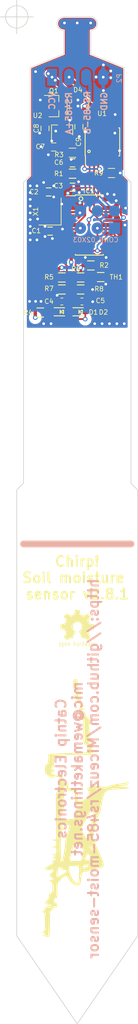
<source format=kicad_pcb>
(kicad_pcb (version 20190905) (host pcbnew "5.99.0-unknown-58d4a8b~86~ubuntu18.04.1")
  (layers (0 "F.Cu" signal) (1 "In1.Cu" signal) (2 "In2.Cu" signal) (31 "B.Cu" signal) (34 "B.Paste" user hide) (35 "F.Paste" user hide) (36 "B.SilkS" user hide) (37 "F.SilkS" user) (38 "B.Mask" user hide) (39 "F.Mask" user) (44 "Edge.Cuts" user))
  (net 0 "")
  (net 1 "Net-(C1-Pad1)")
  (net 2 "GND")
  (net 3 "Net-(C2-Pad1)")
  (net 4 "VCC")
  (net 5 "/SENSE_LOW")
  (net 6 "/SENSOR_TRACK")
  (net 7 "/THERMISTOR")
  (net 8 "/RESET")
  (net 9 "/EXCITATION")
  (net 10 "+3V3")
  (net 11 "/SENSE_HIGH/MISO")
  (net 12 "Net-(C8-Pad1)")
  (net 13 "/MOSI")
  (net 14 "/RS485B")
  (net 15 "/RS485A")
  (net 16 "/SCK")
  (net 17 "/RX")
  (net 18 "/TX")
  (net 19 "/RS485_READER_ENABLE")
  (module "SMD_Packages:SOD-523" (layer "F.Cu") (at 92.71 56.642 180)
    (fp_text reference "D1" (at -4.69 -0.058 180) (layer "F.SilkS") (effects (font (size 0.7 0.7) (thickness 0.11))))
    (fp_text value "BAT54")
    (pad "1" smd rect (at -0.7 0 180) (size 0.8 0.7) (layers "F.Cu" "F.Paste" "F.Mask") (net 5 "/SENSE_LOW"))
    (pad "2" smd rect (at 0.7 0 180) (size 0.8 0.7) (layers "F.Cu" "F.Paste" "F.Mask") (net 6 "/SENSOR_TRACK"))
  )
  (module "Package_TO_SOT_SMD:SOT-23-5" (layer "F.Cu") (at 95.1 25.8 90)
    (fp_text reference "D4" (at 2 0 180) (layer "F.SilkS") (effects (font (size 0.7 0.7) (thickness 0.11))))
    (fp_text value "NUP4004M5T1G")
    (pad "5" smd rect (at 1.1 -0.95 90) (size 1.06 0.65) (layers "F.Cu" "F.Paste" "F.Mask") (net 4 "VCC"))
    (pad "4" smd rect (at 1.1 0.95 90) (size 1.06 0.65) (layers "F.Cu" "F.Paste" "F.Mask") (net 15 "/RS485A"))
    (pad "3" smd rect (at -1.1 0.95 90) (size 1.06 0.65) (layers "F.Cu" "F.Paste" "F.Mask") (net 14 "/RS485B"))
    (pad "2" smd rect (at -1.1 0 90) (size 1.06 0.65) (layers "F.Cu" "F.Paste" "F.Mask") (net 2 "GND"))
    (pad "1" smd rect (at -1.1 -0.95 90) (size 1.06 0.65) (layers "F.Cu" "F.Paste" "F.Mask") (net 4 "VCC"))
  )
  (module "Package_TO_SOT_SMD:SOT-23" (layer "F.Cu") (at 92.75 29.75 90)
    (fp_text reference "U2" (at 2.15 -3.65 180) (layer "F.SilkS") (effects (font (size 0.7 0.7) (thickness 0.11))))
    (fp_text value "MCP1702")
    (pad "3" smd rect (at 1 0 90) (size 0.9 0.8) (layers "F.Cu" "F.Paste" "F.Mask") (net 12 "Net-(C8-Pad1)"))
    (pad "2" smd rect (at -1 0.95 90) (size 0.9 0.8) (layers "F.Cu" "F.Paste" "F.Mask") (net 10 "+3V3"))
    (pad "1" smd rect (at -1 -0.95 90) (size 0.9 0.8) (layers "F.Cu" "F.Paste" "F.Mask") (net 2 "GND"))
  )
  (module "Package_TO_SOT_SMD:SOT-23" (layer "F.Cu") (at 91.5 26.2)
    (fp_text reference "Q1" (at 0 -2.25) (layer "F.SilkS") (effects (font (size 0.7 0.7) (thickness 0.11))))
    (fp_text value "Q_PMOS_GSD")
    (pad "3" smd rect (at 1 0) (size 0.9 0.8) (layers "F.Cu" "F.Paste" "F.Mask") (net 4 "VCC"))
    (pad "2" smd rect (at -1 0.95) (size 0.9 0.8) (layers "F.Cu" "F.Paste" "F.Mask") (net 12 "Net-(C8-Pad1)"))
    (pad "1" smd rect (at -1 -0.95) (size 0.9 0.8) (layers "F.Cu" "F.Paste" "F.Mask") (net 2 "GND"))
  )
  (module "Capacitor_SMD:C_0603_1608Metric" (layer "F.Cu") (at 95.7 55.118)
    (fp_text reference "C5" (at 2.746 -0.118) (layer "F.SilkS") (effects (font (size 0.7 0.7) (thickness 0.11))))
    (fp_text value "1n")
    (pad "2" smd roundrect (at 0.7875 0) (size 0.875 0.95) (layers "F.Cu" "F.Paste" "F.Mask") (net 2 "GND"))
    (pad "1" smd roundrect (at -0.7875 0) (size 0.875 0.95) (layers "F.Cu" "F.Paste" "F.Mask") (net 11 "/SENSE_HIGH/MISO"))
  )
  (module "Capacitor_SMD:C_0603_1608Metric" (layer "F.Cu") (at 92.71 55.118 180)
    (fp_text reference "C4" (at 1.91 0.018 180) (layer "F.SilkS") (effects (font (size 0.7 0.7) (thickness 0.11))))
    (fp_text value "1n")
    (pad "2" smd roundrect (at 0.7875 0 180) (size 0.875 0.95) (layers "F.Cu" "F.Paste" "F.Mask") (net 2 "GND"))
    (pad "1" smd roundrect (at -0.7875 0 180) (size 0.875 0.95) (layers "F.Cu" "F.Paste" "F.Mask") (net 5 "/SENSE_LOW"))
  )
  (module "Crystals:Crystal_SMD_3225-4pin_3.2x2.5mm" (layer "F.Cu") (at 90.95 41.8 90)
    (fp_text reference "X1" (at 0 -2.15 90) (layer "F.SilkS") (effects (font (size 0.7 0.7) (thickness 0.11))))
    (fp_text value "16MHz" hide)
    (pad "1" smd rect (at -1.1 0.85 90) (size 1.4 1.2) (layers "F.Cu" "F.Paste" "F.Mask") (net 1 "Net-(C1-Pad1)"))
    (pad "2" smd rect (at 1.1 0.85 90) (size 1.4 1.2) (layers "F.Cu" "F.Paste" "F.Mask") (net 2 "GND"))
    (pad "3" smd rect (at 1.1 -0.85 90) (size 1.4 1.2) (layers "F.Cu" "F.Paste" "F.Mask") (net 3 "Net-(C2-Pad1)"))
    (pad "4" smd rect (at -1.1 -0.85 90) (size 1.4 1.2) (layers "F.Cu" "F.Paste" "F.Mask") (net 2 "GND"))
  )
  (module "SMD_Packages:SOD-523" (layer "F.Cu") (at 95.504 56.642 180)
    (fp_text reference "D2" (at -3.396 -0.058 180) (layer "F.SilkS") (effects (font (size 0.7 0.7) (thickness 0.11))))
    (fp_text value "BAT54")
    (pad "1" smd rect (at -0.7 0 180) (size 0.8 0.7) (layers "F.Cu" "F.Paste" "F.Mask") (net 6 "/SENSOR_TRACK"))
    (pad "2" smd rect (at 0.7 0 180) (size 0.8 0.7) (layers "F.Cu" "F.Paste" "F.Mask") (net 11 "/SENSE_HIGH/MISO"))
  )
  (module "Housings_SOIC:SOIC-14_3.9x8.7mm_Pitch1.27mm" (layer "F.Cu") (at 96.8 43.8)
    (fp_text reference "IC1" (at -0.05 -5.05) (layer "F.SilkS") (effects (font (size 0.7 0.7) (thickness 0.11))))
    (fp_text value "ATTINY441-SSU")
    (pad "1" smd rect (at -2.7 -3.81) (size 1.5 0.6) (layers "F.Cu" "F.Paste" "F.Mask") (net 10 "+3V3"))
    (pad "2" smd rect (at -2.7 -2.54) (size 1.5 0.6) (layers "F.Cu" "F.Paste" "F.Mask") (net 3 "Net-(C2-Pad1)"))
    (pad "3" smd rect (at -2.7 -1.27) (size 1.5 0.6) (layers "F.Cu" "F.Paste" "F.Mask") (net 1 "Net-(C1-Pad1)"))
    (pad "4" smd rect (at -2.7 0) (size 1.5 0.6) (layers "F.Cu" "F.Paste" "F.Mask") (net 8 "/RESET"))
    (pad "5" smd rect (at -2.7 1.27) (size 1.5 0.6) (layers "F.Cu" "F.Paste" "F.Mask") (net 9 "/EXCITATION"))
    (pad "6" smd rect (at -2.7 2.54) (size 1.5 0.6) (layers "F.Cu" "F.Paste" "F.Mask") (net 5 "/SENSE_LOW"))
    (pad "7" smd rect (at -2.7 3.81) (size 1.5 0.6) (layers "F.Cu" "F.Paste" "F.Mask") (net 13 "/MOSI"))
    (pad "8" smd rect (at 2.7 3.81) (size 1.5 0.6) (layers "F.Cu" "F.Paste" "F.Mask") (net 11 "/SENSE_HIGH/MISO"))
    (pad "9" smd rect (at 2.7 2.54) (size 1.5 0.6) (layers "F.Cu" "F.Paste" "F.Mask") (net 16 "/SCK"))
    (pad "10" smd rect (at 2.7 1.27) (size 1.5 0.6) (layers "F.Cu" "F.Paste" "F.Mask") (net 7 "/THERMISTOR"))
    (pad "11" smd rect (at 2.7 0) (size 1.5 0.6) (layers "F.Cu" "F.Paste" "F.Mask") (net 17 "/RX"))
    (pad "12" smd rect (at 2.7 -1.27) (size 1.5 0.6) (layers "F.Cu" "F.Paste" "F.Mask") (net 18 "/TX"))
    (pad "13" smd rect (at 2.7 -2.54) (size 1.5 0.6) (layers "F.Cu" "F.Paste" "F.Mask") (net 19 "/RS485_READER_ENABLE"))
    (pad "14" smd rect (at 2.7 -3.81) (size 1.5 0.6) (layers "F.Cu" "F.Paste" "F.Mask") (net 2 "GND"))
  )
  (module "Housings_SOIC:SOIC-8_3.9x4.9mm_Pitch1.27mm" (layer "F.Cu") (at 98.75 31.5 90)
    (fp_text reference "U1" (at 4.2 -0.05) (layer "F.SilkS") (effects (font (size 0.7 0.7) (thickness 0.11))))
    (fp_text value "SN65HVD72")
    (pad "8" smd rect (at 2.7 -1.905 90) (size 1.55 0.6) (layers "F.Cu" "F.Paste" "F.Mask") (net 10 "+3V3"))
    (pad "7" smd rect (at 2.7 -0.635 90) (size 1.55 0.6) (layers "F.Cu" "F.Paste" "F.Mask") (net 14 "/RS485B"))
    (pad "6" smd rect (at 2.7 0.635 90) (size 1.55 0.6) (layers "F.Cu" "F.Paste" "F.Mask") (net 15 "/RS485A"))
    (pad "5" smd rect (at 2.7 1.905 90) (size 1.55 0.6) (layers "F.Cu" "F.Paste" "F.Mask") (net 2 "GND"))
    (pad "4" smd rect (at -2.7 1.905 90) (size 1.55 0.6) (layers "F.Cu" "F.Paste" "F.Mask") (net 18 "/TX"))
    (pad "3" smd rect (at -2.7 0.635 90) (size 1.55 0.6) (layers "F.Cu" "F.Paste" "F.Mask") (net 16 "/SCK"))
    (pad "2" smd rect (at -2.7 -0.635 90) (size 1.55 0.6) (layers "F.Cu" "F.Paste" "F.Mask") (net 19 "/RS485_READER_ENABLE"))
    (pad "1" smd rect (at -2.7 -1.905 90) (size 1.55 0.6) (layers "F.Cu" "F.Paste" "F.Mask") (net 17 "/RX"))
  )
  (module "Pin_Headers:Pin_Header_Straight_2x03" (layer "B.Cu") (at 98 43 180)
    (fp_text reference "P1" hide)
    (fp_text value "CONN_02X03" (at 0.25 -3) (layer "B.SilkS") (effects (font (size 0.7 0.7) (thickness 0.11)) (justify mirror)))
    (pad "1" smd rect (at -2.54 -1.27 180) (size 1.7272 1.7272) (layers "B.Cu" "B.Paste" "B.Mask") (net 11 "/SENSE_HIGH/MISO"))
    (pad "2" smd circle (at -2.54 1.27 180) (size 1.7272 1.7272) (layers "B.Cu" "B.Paste" "B.Mask") (net 10 "+3V3"))
    (pad "3" smd circle (at 0 -1.27 180) (size 1.7272 1.7272) (layers "B.Cu" "B.Paste" "B.Mask") (net 16 "/SCK"))
    (pad "4" smd circle (at 0 1.27 180) (size 1.7272 1.7272) (layers "B.Cu" "B.Paste" "B.Mask") (net 13 "/MOSI"))
    (pad "5" smd circle (at 2.54 -1.27 180) (size 1.7272 1.7272) (layers "B.Cu" "B.Paste" "B.Mask") (net 8 "/RESET"))
    (pad "6" smd circle (at 2.54 1.27 180) (size 1.7272 1.7272) (layers "B.Cu" "B.Paste" "B.Mask") (net 2 "GND"))
  )
  (module "Pin_Headers:Pin_Header_Straight_1x04_Pitch2.54mm" (layer "B.Cu") (at 91.25 21.92 -90)
    (fp_text reference "P2" (at 0.17 -10 -90) (layer "B.SilkS") (effects (font (size 0.7 0.7) (thickness 0.11)) (justify mirror)))
    (fp_text value "CONN_01X04")
    (pad "4" smd oval (at 0 -7.62 270) (size 2.5 1.5) (layers "B.Cu" "B.Paste" "B.Mask") (net 2 "GND"))
    (pad "3" smd oval (at 0 -5.08 270) (size 2.5 1.5) (layers "B.Cu" "B.Paste" "B.Mask") (net 14 "/RS485B"))
    (pad "2" smd oval (at 0 -2.54 270) (size 2.5 1.5) (layers "B.Cu" "B.Paste" "B.Mask") (net 15 "/RS485A"))
    (pad "1" smd rect (at 0 0 270) (size 2.5 1.5) (layers "B.Cu" "B.Paste" "B.Mask") (net 4 "VCC"))
  )
  (module "Capacitors_SMD:C_0603" (layer "F.Cu") (at 90.95 44.7 180)
    (fp_text reference "C1" (at 2.05 0.05 180) (layer "F.SilkS") (effects (font (size 0.7 0.7) (thickness 0.11))))
    (fp_text value "33p")
    (pad "1" smd rect (at -0.75 0 180) (size 0.8 0.75) (layers "F.Cu" "F.Paste" "F.Mask") (net 1 "Net-(C1-Pad1)"))
    (pad "2" smd rect (at 0.75 0 180) (size 0.8 0.75) (layers "F.Cu" "F.Paste" "F.Mask") (net 2 "GND"))
  )
  (module "Capacitors_SMD:C_0603" (layer "F.Cu") (at 90.75 38.9)
    (fp_text reference "C2" (at -2.2 0) (layer "F.SilkS") (effects (font (size 0.7 0.7) (thickness 0.11))))
    (fp_text value "33p")
    (pad "1" smd rect (at -0.75 0) (size 0.8 0.75) (layers "F.Cu" "F.Paste" "F.Mask") (net 3 "Net-(C2-Pad1)"))
    (pad "2" smd rect (at 0.75 0) (size 0.8 0.75) (layers "F.Cu" "F.Paste" "F.Mask") (net 2 "GND"))
  )
  (module "Capacitors_SMD:C_0603" (layer "F.Cu") (at 94.3 38.2)
    (fp_text reference "C3" (at -2.1 -0.2) (layer "F.SilkS") (effects (font (size 0.7 0.7) (thickness 0.11))))
    (fp_text value "1u")
    (pad "1" smd rect (at -0.75 0) (size 0.8 0.75) (layers "F.Cu" "F.Paste" "F.Mask") (net 10 "+3V3"))
    (pad "2" smd rect (at 0.75 0) (size 0.8 0.75) (layers "F.Cu" "F.Paste" "F.Mask") (net 2 "GND"))
  )
  (module "Capacitors_SMD:C_0603" (layer "F.Cu") (at 94.3 34.6 180)
    (fp_text reference "C6" (at 2.05 0.068 180) (layer "F.SilkS") (effects (font (size 0.7 0.7) (thickness 0.11))))
    (fp_text value "1u")
    (pad "1" smd rect (at -0.75 0 180) (size 0.8 0.75) (layers "F.Cu" "F.Paste" "F.Mask") (net 8 "/RESET"))
    (pad "2" smd rect (at 0.75 0 180) (size 0.8 0.75) (layers "F.Cu" "F.Paste" "F.Mask") (net 2 "GND"))
  )
  (module "Resistors_SMD:R_0603" (layer "F.Cu") (at 94.3 36.2 180)
    (fp_text reference "R1" (at 2.05 0 180) (layer "F.SilkS") (effects (font (size 0.7 0.7) (thickness 0.11))))
    (fp_text value "10k")
    (pad "1" smd rect (at -0.75 0 180) (size 0.5 0.9) (layers "F.Cu" "F.Paste" "F.Mask") (net 8 "/RESET"))
    (pad "2" smd rect (at 0.75 0 180) (size 0.5 0.9) (layers "F.Cu" "F.Paste" "F.Mask") (net 10 "+3V3"))
  )
  (module "Resistors_SMD:R_0603" (layer "F.Cu") (at 97.028 49.784)
    (fp_text reference "R2" (at 1.972 -0.034) (layer "F.SilkS") (effects (font (size 0.7 0.7) (thickness 0.11))))
    (fp_text value "10k 0.1%")
    (pad "1" smd rect (at -0.75 0) (size 0.5 0.9) (layers "F.Cu" "F.Paste" "F.Mask") (net 13 "/MOSI"))
    (pad "2" smd rect (at 0.75 0) (size 0.5 0.9) (layers "F.Cu" "F.Paste" "F.Mask") (net 7 "/THERMISTOR"))
  )
  (module "Resistors_SMD:R_0603" (layer "F.Cu") (at 89.5 56.75)
    (fp_text reference "R4" (at -1.8 0) (layer "F.SilkS") (effects (font (size 0.7 0.7) (thickness 0.11))))
    (fp_text value "330")
    (pad "1" smd rect (at -0.75 0) (size 0.5 0.9) (layers "F.Cu" "F.Paste" "F.Mask") (net 6 "/SENSOR_TRACK"))
    (pad "2" smd rect (at 0.75 0) (size 0.5 0.9) (layers "F.Cu" "F.Paste" "F.Mask") (net 9 "/EXCITATION"))
  )
  (module "Resistors_SMD:R_0603" (layer "F.Cu") (at 92.71 51.562 180)
    (fp_text reference "R5" (at 1.91 0.062 180) (layer "F.SilkS") (effects (font (size 0.7 0.7) (thickness 0.11))))
    (fp_text value "1M")
    (pad "1" smd rect (at -0.75 0 180) (size 0.5 0.9) (layers "F.Cu" "F.Paste" "F.Mask") (net 5 "/SENSE_LOW"))
    (pad "2" smd rect (at 0.75 0 180) (size 0.5 0.9) (layers "F.Cu" "F.Paste" "F.Mask") (net 13 "/MOSI"))
  )
  (module "Resistors_SMD:R_0603" (layer "F.Cu") (at 95.504 51.562)
    (fp_text reference "R6" (at -0.704 -1.262) (layer "F.SilkS") (effects (font (size 0.7 0.7) (thickness 0.11))))
    (fp_text value "1M")
    (pad "1" smd rect (at -0.75 0) (size 0.5 0.9) (layers "F.Cu" "F.Paste" "F.Mask") (net 11 "/SENSE_HIGH/MISO"))
    (pad "2" smd rect (at 0.75 0) (size 0.5 0.9) (layers "F.Cu" "F.Paste" "F.Mask") (net 13 "/MOSI"))
  )
  (module "Resistors_SMD:R_0603" (layer "F.Cu") (at 92.71 53.34)
    (fp_text reference "R7" (at -1.91 -0.14) (layer "F.SilkS") (effects (font (size 0.7 0.7) (thickness 0.11))))
    (fp_text value "1M")
    (pad "1" smd rect (at -0.75 0) (size 0.5 0.9) (layers "F.Cu" "F.Paste" "F.Mask") (net 2 "GND"))
    (pad "2" smd rect (at 0.75 0) (size 0.5 0.9) (layers "F.Cu" "F.Paste" "F.Mask") (net 5 "/SENSE_LOW"))
  )
  (module "Resistors_SMD:R_0603" (layer "F.Cu") (at 95.504 53.34 180)
    (fp_text reference "R8" (at -2.746 0.09 180) (layer "F.SilkS") (effects (font (size 0.7 0.7) (thickness 0.11))))
    (fp_text value "1M")
    (pad "1" smd rect (at -0.75 0 180) (size 0.5 0.9) (layers "F.Cu" "F.Paste" "F.Mask") (net 2 "GND"))
    (pad "2" smd rect (at 0.75 0 180) (size 0.5 0.9) (layers "F.Cu" "F.Paste" "F.Mask") (net 11 "/SENSE_HIGH/MISO"))
  )
  (module "Resistors_SMD:R_0603" (layer "F.Cu") (at 98.5 51.5)
    (fp_text reference "TH1" (at 2.3 0) (layer "F.SilkS") (effects (font (size 0.7 0.7) (thickness 0.11))))
    (fp_text value "NCP18XH103F03RB")
    (pad "1" smd rect (at -0.75 0) (size 0.5 0.9) (layers "F.Cu" "F.Paste" "F.Mask") (net 7 "/THERMISTOR"))
    (pad "2" smd rect (at 0.75 0) (size 0.5 0.9) (layers "F.Cu" "F.Paste" "F.Mask") (net 2 "GND"))
  )
  (module "w_logo:Logo_silk_OSHW_6x6mm" (layer "F.Cu") (at 95 103)
    (fp_text reference "#LOGO1" hide)
    (fp_text value "LOGO" hide)
  )
  (module "chirp_logo:ziogas" (layer "B.Cu") (at 96.25 130 -90)
    (fp_text reference "#G***" hide)
    (fp_text value "LOGO" hide)
  )
  (module "Capacitors_SMD:C_0603" (layer "F.Cu") (at 91.5 32.25 180)
    (fp_text reference "C7" (at 2 0.05 180) (layer "F.SilkS") (effects (font (size 0.7 0.7) (thickness 0.11))))
    (fp_text value "1u")
    (pad "2" smd rect (at 0.75 0 180) (size 0.8 0.75) (layers "F.Cu" "F.Paste" "F.Mask") (net 2 "GND"))
    (pad "1" smd rect (at -0.75 0 180) (size 0.8 0.75) (layers "F.Cu" "F.Paste" "F.Mask") (net 10 "+3V3"))
  )
  (module "Capacitors_SMD:C_0603" (layer "F.Cu") (at 90.2 29.5 -90)
    (fp_text reference "C8" (at 0 1.3 -90) (layer "F.SilkS") (effects (font (size 0.7 0.7) (thickness 0.11))))
    (fp_text value "1u")
    (pad "2" smd rect (at 0.75 0 270) (size 0.8 0.75) (layers "F.Cu" "F.Paste" "F.Mask") (net 2 "GND"))
    (pad "1" smd rect (at -0.75 0 270) (size 0.8 0.75) (layers "F.Cu" "F.Paste" "F.Mask") (net 12 "Net-(C8-Pad1)"))
  )
  (module "Capacitors_SMD:C_0603" (layer "F.Cu") (at 95.25 29.25 -90)
    (fp_text reference "C9" (at 2.25 0.05 -90) (layer "F.SilkS") (effects (font (size 0.7 0.7) (thickness 0.11))))
    (fp_text value "1u")
    (pad "1" smd rect (at -0.75 0 270) (size 0.8 0.75) (layers "F.Cu" "F.Paste" "F.Mask") (net 10 "+3V3"))
    (pad "2" smd rect (at 0.75 0 270) (size 0.8 0.75) (layers "F.Cu" "F.Paste" "F.Mask") (net 2 "GND"))
  )
  (module "Resistors_SMD:R_0603" (layer "F.Cu") (at 94.3 33.1)
    (fp_text reference "R3" (at -2 0.3) (layer "F.SilkS") (effects (font (size 0.7 0.7) (thickness 0.11))))
    (fp_text value "10k")
    (pad "2" smd rect (at 0.75 0) (size 0.5 0.9) (layers "F.Cu" "F.Paste" "F.Mask") (net 19 "/RS485_READER_ENABLE"))
    (pad "1" smd rect (at -0.75 0) (size 0.5 0.9) (layers "F.Cu" "F.Paste" "F.Mask") (net 10 "+3V3"))
  )
  (module "Resistors_SMD:R_0603" (layer "F.Cu") (at 100.1 36.1)
    (fp_text reference "R9" (at -1.9 0) (layer "F.SilkS") (effects (font (size 0.7 0.7) (thickness 0.11))))
    (fp_text value "10k")
    (pad "1" smd rect (at -0.75 0) (size 0.5 0.9) (layers "F.Cu" "F.Paste" "F.Mask") (net 16 "/SCK"))
    (pad "2" smd rect (at 0.75 0) (size 0.5 0.9) (layers "F.Cu" "F.Paste" "F.Mask") (net 2 "GND"))
  )
  (gr_line (start 87 82) (end 87 37.5) (layer "Edge.Cuts") (width 0.1))
  (gr_line (start 88 20.5) (end 88 36.5) (layer "Edge.Cuts") (width 0.1))
  (target plus (at 86 13) (size 5) (width 0.1) (layer "Edge.Cuts"))
  (gr_line (start 104 83) (end 103 82) (layer "Edge.Cuts") (width 0.1))
  (gr_line (start 103 82) (end 103 37.5) (layer "Edge.Cuts") (width 0.1))
  (gr_line (start 86 83) (end 87 82) (layer "Edge.Cuts") (width 0.1))
  (gr_line (start 104 149) (end 104 83) (angle 90) (layer "Edge.Cuts") (width 0.1))
  (gr_line (start 97 13) (end 93 13) (angle 90) (layer "Edge.Cuts") (width 0.1))
  (gr_line (start 86 83) (end 86 149) (angle 90) (layer "Edge.Cuts") (width 0.1))
  (gr_line (start 95 162) (end 104 149) (angle 90) (layer "Edge.Cuts") (width 0.1))
  (gr_line (start 95 162) (end 86 149) (angle 90) (layer "Edge.Cuts") (width 0.1))
  (gr_line (start 102 20.5) (end 97 18.5) (layer "Edge.Cuts") (width 0.1))
  (gr_line (start 88 20.5) (end 93 18.5) (layer "Edge.Cuts") (width 0.1))
  (gr_line (start 88 36.5) (end 87 37.5) (layer "Edge.Cuts") (width 0.1))
  (gr_line (start 103 37.5) (end 102 36.5) (layer "Edge.Cuts") (width 0.1))
  (gr_line (start 102 36.5) (end 102 20.5) (layer "Edge.Cuts") (width 0.1))
  (gr_line (start 97 15) (end 97 18.5) (layer "Edge.Cuts") (width 0.1))
  (gr_line (start 93 18.5) (end 93 15) (layer "Edge.Cuts") (width 0.1))
  (gr_arc (start 93 14) (end 93 13) (angle -180) (layer "Edge.Cuts") (width 0.1))
  (gr_arc (start 97 14) (end 97 15) (angle -180) (layer "Edge.Cuts") (width 0.1))
  (gr_line (start 87 91) (end 103 91) (layer "B.SilkS") (width 1))
  (gr_text "Catnip Electronics\nmic@wemakethings.net\nhttps://github.com/Miceuz/rs485-moist-sensor" (at 95 124.25 90) (layer "B.SilkS") (effects (font (size 1.5 1.5) (thickness 0.3)) (justify mirror)))
  (gr_text "RS485-B" (at 96.5 30.5 90) (layer "B.SilkS") (effects (font (size 0.9 0.9) (thickness 0.2)) (justify right mirror)))
  (gr_line (start 87 91) (end 103 91) (layer "F.SilkS") (width 1))
  (gr_text "GND " (at 99 24 90) (layer "B.SilkS") (effects (font (size 0.9 0.9) (thickness 0.2)) (justify left mirror)))
  (gr_text "VCC" (at 91.25 24 90) (layer "B.SilkS") (effects (font (size 0.9 0.9) (thickness 0.2)) (justify left mirror)))
  (gr_text "RS485-A" (at 93.75 30.5 90) (layer "B.SilkS") (effects (font (size 0.9 0.9) (thickness 0.2)) (justify right mirror)))
  (gr_text "Chirp!\nSoil moisture \nsensor v2.8.1" (at 95 96) (layer "F.SilkS") (effects (font (size 1.5 1.5) (thickness 0.3))))
  (segment (start 95.05 36.2) (end 95.05 34.6) (width 0.254) (layer "F.Cu") (net 8))
  (segment (start 95.2 34.75) (end 95.05 34.6) (width 0.508) (layer "F.Cu") (net 8))
  (via (at 92.8 44.4) (size 0.7) (drill 0.4) (layers "F.Cu" "B.Cu") (net 2))
  (via (at 95.4 40.5) (size 0.7) (drill 0.4) (layers "F.Cu" "B.Cu") (net 2))
  (segment (start 94.400002 38.3) (end 97.11 38.3) (width 0.254) (layer "B.Cu") (net 10))
  (segment (start 97.11 38.3) (end 98.51 39.7) (width 0.254) (layer "B.Cu") (net 10))
  (segment (start 93.6 39.100002) (end 94.400002 38.3) (width 0.254) (layer "B.Cu") (net 10))
  (segment (start 100.54 41.73) (end 98.51 39.7) (width 0.254) (layer "B.Cu") (net 10))
  (via (at 90 37.5) (size 0.7) (drill 0.4) (layers "F.Cu" "B.Cu") (net 2))
  (via (at 89 38) (size 0.7) (drill 0.4) (layers "F.Cu" "B.Cu") (net 2))
  (via (at 91.3 45.8) (size 0.7) (drill 0.4) (layers "F.Cu" "B.Cu") (net 2))
  (via (at 89 46) (size 0.7) (drill 0.4) (layers "F.Cu" "B.Cu") (net 2))
  (via (at 88 46) (size 0.7) (drill 0.4) (layers "F.Cu" "B.Cu") (net 2))
  (via (at 88 45) (size 0.7) (drill 0.4) (layers "F.Cu" "B.Cu") (net 2))
  (via (at 88 44) (size 0.7) (drill 0.4) (layers "F.Cu" "B.Cu") (net 2))
  (via (at 88 43) (size 0.7) (drill 0.4) (layers "F.Cu" "B.Cu") (net 2))
  (via (at 88 42) (size 0.7) (drill 0.4) (layers "F.Cu" "B.Cu") (net 2))
  (via (at 88 41) (size 0.7) (drill 0.4) (layers "F.Cu" "B.Cu") (net 2))
  (via (at 88 40) (size 0.7) (drill 0.4) (layers "F.Cu" "B.Cu") (net 2))
  (via (at 88 39) (size 0.7) (drill 0.4) (layers "F.Cu" "B.Cu") (net 2))
  (via (at 88 38) (size 0.7) (drill 0.4) (layers "F.Cu" "B.Cu") (net 2))
  (via (at 100.9 58.4) (size 0.7) (drill 0.4) (layers "F.Cu" "B.Cu") (net 2))
  (via (at 99.8 58.4) (size 0.7) (drill 0.4) (layers "F.Cu" "B.Cu") (net 2))
  (via (at 98.7 58.4) (size 0.7) (drill 0.4) (layers "F.Cu" "B.Cu") (net 2))
  (via (at 97.6 58.4) (size 0.7) (drill 0.4) (layers "F.Cu" "B.Cu") (net 2))
  (via (at 91.1 58.4) (size 0.7) (drill 0.4) (layers "F.Cu" "B.Cu") (net 2))
  (via (at 89.6 55.1) (size 0.7) (drill 0.4) (layers "F.Cu" "B.Cu") (net 2))
  (via (at 88.8 55.1) (size 0.7) (drill 0.4) (layers "F.Cu" "B.Cu") (net 2))
  (via (at 87.9 55.1) (size 0.7) (drill 0.4) (layers "F.Cu" "B.Cu") (net 2))
  (via (at 102.1 43.8) (size 0.7) (drill 0.4) (layers "F.Cu" "B.Cu") (net 2))
  (segment (start 99.35 36.3) (end 101.5 38.45) (width 0.254) (layer "F.Cu") (net 16))
  (segment (start 99.35 36.1) (end 99.35 36.3) (width 0.254) (layer "F.Cu") (net 16))
  (segment (start 101.5 38.45) (end 101.5 42.3) (width 0.254) (layer "F.Cu") (net 16))
  (segment (start 101.5 42.3) (end 101.9 42.7) (width 0.254) (layer "F.Cu") (net 16))
  (via (at 102.2 41.3) (size 0.7) (drill 0.4) (layers "F.Cu" "B.Cu") (net 2))
  (segment (start 90.7 21.4) (end 90.73 21.4) (width 0.8) (layer "F.Cu") (net 4))
  (segment (start 90.73 21.4) (end 91.25 21.92) (width 0.8) (layer "F.Cu") (net 4))
  (via (at 90.7 21.4) (size 0.7) (drill 0.4) (layers "F.Cu" "B.Cu") (net 4))
  (via (at 91.725 22.375) (size 0.7) (drill 0.4) (layers "F.Cu" "B.Cu") (net 4))
  (segment (start 91.725 22.375) (end 94.15 24.8) (width 0.8) (layer "F.Cu") (net 4))
  (via (at 98.9 20.1) (size 0.7) (drill 0.4) (layers "F.Cu" "B.Cu") (net 2))
  (via (at 97.8 21.9) (size 0.7) (drill 0.4) (layers "F.Cu" "B.Cu") (net 2))
  (via (at 98.9 23.9) (size 0.7) (drill 0.4) (layers "F.Cu" "B.Cu") (net 2))
  (via (at 88.8 21.1) (size 0.7) (drill 0.4) (layers "F.Cu" "B.Cu") (net 2))
  (via (at 101.3 32.8) (size 0.7) (drill 0.4) (layers "F.Cu" "B.Cu") (net 2))
  (via (at 96.2 30) (size 0.7) (drill 0.4) (layers "F.Cu" "B.Cu") (net 2))
  (via (at 100.6 30.2) (size 0.7) (drill 0.4) (layers "F.Cu" "B.Cu") (net 2))
  (via (at 96.2 48.6) (size 0.7) (drill 0.4) (layers "F.Cu" "B.Cu") (net 2))
  (via (at 99.3 48.6) (size 0.7) (drill 0.4) (layers "F.Cu" "B.Cu") (net 2))
  (via (at 102 58.4) (size 0.7) (drill 0.4) (layers "F.Cu" "B.Cu") (net 2))
  (via (at 90 58.4) (size 0.7) (drill 0.4) (layers "F.Cu" "B.Cu") (net 2))
  (via (at 90.2 45.5) (size 0.7) (drill 0.4) (layers "F.Cu" "B.Cu") (net 2))
  (via (at 91.5 38) (size 0.7) (drill 0.4) (layers "F.Cu" "B.Cu") (net 2))
  (via (at 92.7 40.7) (size 0.7) (drill 0.4) (layers "F.Cu" "B.Cu") (net 2))
  (via (at 89.1 42.9) (size 0.7) (drill 0.4) (layers "F.Cu" "B.Cu") (net 2))
  (via (at 95 13.9) (size 0.7) (drill 0.4) (layers "F.Cu" "B.Cu") (net 2))
  (via (at 97 13.9) (size 0.7) (drill 0.4) (layers "F.Cu" "B.Cu") (net 2))
  (via (at 93.1 13.9) (size 0.7) (drill 0.4) (layers "F.Cu" "B.Cu") (net 2))
  (via (at 93.9 28.3) (size 0.7) (drill 0.4) (layers "F.Cu" "B.Cu") (net 2))
  (via (at 91.8 29.9) (size 0.7) (drill 0.4) (layers "F.Cu" "B.Cu") (net 2))
  (segment (start 90.5 27.15) (end 90.2 27.45) (width 0.8) (layer "F.Cu") (net 12))
  (segment (start 90.2 27.45) (end 90.2 28.75) (width 0.8) (layer "F.Cu") (net 12))
  (via (at 89.6 32.2) (size 0.7) (drill 0.4) (layers "F.Cu" "B.Cu") (net 2))
  (via (at 90.7 33.4) (size 0.7) (drill 0.4) (layers "F.Cu" "B.Cu") (net 2))
  (via (at 89.4 30.2) (size 0.7) (drill 0.4) (layers "F.Cu" "B.Cu") (net 2))
  (via (at 95.1 25.3) (size 0.7) (drill 0.4) (layers "F.Cu" "B.Cu") (net 2))
  (via (at 89.5 25.3) (size 0.7) (drill 0.4) (layers "F.Cu" "B.Cu") (net 2))
  (segment (start 94.15 26.9) (end 93.2 26.9) (width 0.8) (layer "F.Cu") (net 4))
  (segment (start 93.2 26.9) (end 92.5 26.2) (width 0.8) (layer "F.Cu") (net 4))
  (segment (start 90.2 28.75) (end 92.75 28.75) (width 0.8) (layer "F.Cu") (net 12))
  (segment (start 98.115 40.325) (end 98.115 40) (width 0.254) (layer "F.Cu") (net 19))
  (segment (start 99.05 41.26) (end 98.115 40.325) (width 0.254) (layer "F.Cu") (net 19))
  (segment (start 99.5 41.26) (end 99.05 41.26) (width 0.254) (layer "F.Cu") (net 19))
  (segment (start 98.115 40) (end 98.115 34.2) (width 0.254) (layer "F.Cu") (net 19))
  (via (at 98.3 35.5) (size 0.7) (drill 0.4) (layers "F.Cu" "B.Cu") (net 19))
  (segment (start 98.115 35.315) (end 98.3 35.5) (width 0.254) (layer "F.Cu") (net 19))
  (segment (start 98.115 34.2) (end 98.115 35.315) (width 0.254) (layer "F.Cu") (net 19))
  (via (at 96.1 35.5) (size 0.7) (drill 0.4) (layers "F.Cu" "B.Cu") (net 19))
  (segment (start 98.3 35.5) (end 96.1 35.5) (width 0.254) (layer "B.Cu") (net 19))
  (segment (start 95.554 33.1) (end 95.05 33.1) (width 0.254) (layer "F.Cu") (net 19))
  (segment (start 96.1 33.646) (end 95.554 33.1) (width 0.254) (layer "F.Cu") (net 19))
  (segment (start 96.1 35.5) (end 96.1 33.646) (width 0.254) (layer "F.Cu") (net 19))
  (segment (start 99.05 42.53) (end 99.5 42.53) (width 0.254) (layer "F.Cu") (net 18))
  (segment (start 97.510199 40.990199) (end 99.05 42.53) (width 0.254) (layer "F.Cu") (net 18))
  (segment (start 97.510199 33.181159) (end 97.510199 40.990199) (width 0.254) (layer "F.Cu") (net 18))
  (segment (start 97.941358 32.75) (end 97.510199 33.181159) (width 0.254) (layer "F.Cu") (net 18))
  (segment (start 99.68 32.75) (end 97.941358 32.75) (width 0.254) (layer "F.Cu") (net 18))
  (segment (start 100.655 33.725) (end 99.68 32.75) (width 0.254) (layer "F.Cu") (net 18))
  (segment (start 100.655 34.2) (end 100.655 33.725) (width 0.254) (layer "F.Cu") (net 18))
  (segment (start 96.845 34.675) (end 96.75 34.77) (width 0.254) (layer "F.Cu") (net 17))
  (segment (start 96.845 34.2) (end 96.845 34.675) (width 0.254) (layer "F.Cu") (net 17))
  (segment (start 96.845 41.405) (end 96.845 34.2) (width 0.254) (layer "F.Cu") (net 17))
  (segment (start 96.845 41.595) (end 96.845 41.405) (width 0.254) (layer "F.Cu") (net 17))
  (segment (start 99.05 43.8) (end 96.845 41.595) (width 0.254) (layer "F.Cu") (net 17))
  (segment (start 99.5 43.8) (end 99.05 43.8) (width 0.254) (layer "F.Cu") (net 17))
  (via (at 98 44.27) (size 0.7) (drill 0.4) (layers "F.Cu" "B.Cu") (net 16))
  (segment (start 98 45.29) (end 98 44.27) (width 0.254) (layer "F.Cu") (net 16))
  (segment (start 99.05 46.34) (end 98 45.29) (width 0.254) (layer "F.Cu") (net 16))
  (segment (start 99.5 46.34) (end 99.05 46.34) (width 0.254) (layer "F.Cu") (net 16))
  (via (at 101.9 42.7) (size 0.7) (drill 0.4) (layers "F.Cu" "B.Cu") (net 16))
  (segment (start 99.385 36.065) (end 99.35 36.1) (width 0.254) (layer "F.Cu") (net 16))
  (segment (start 99.385 34.2) (end 99.385 36.065) (width 0.254) (layer "F.Cu") (net 16))
  (segment (start 101.6 43) (end 101.9 42.7) (width 0.254) (layer "B.Cu") (net 16))
  (segment (start 99.27 43) (end 101.6 43) (width 0.254) (layer "B.Cu") (net 16))
  (segment (start 98 44.27) (end 99.27 43) (width 0.254) (layer "B.Cu") (net 16))
  (via (at 93.79 21.92) (size 0.7) (drill 0.4) (layers "F.Cu" "B.Cu") (net 15))
  (segment (start 99.385 28.8) (end 99.385 28.325) (width 0.254) (layer "F.Cu") (net 15))
  (segment (start 99.385 28.34) (end 99.385 28.8) (width 0.508) (layer "F.Cu") (net 15))
  (segment (start 96.05 25.005) (end 99.385 28.34) (width 0.508) (layer "F.Cu") (net 15))
  (segment (start 96.05 24.8) (end 96.05 25.005) (width 0.508) (layer "F.Cu") (net 15))
  (segment (start 96.05 24.18) (end 93.79 21.92) (width 0.508) (layer "F.Cu") (net 15))
  (segment (start 96.05 24.8) (end 96.05 24.18) (width 0.508) (layer "F.Cu") (net 15))
  (segment (start 96.75 21.5) (end 96.33 21.92) (width 0.254) (layer "B.Cu") (net 14))
  (segment (start 98.115 28.8) (end 98.115 28.325) (width 0.254) (layer "F.Cu") (net 14))
  (segment (start 98.115 28.232) (end 98.115 28.8) (width 0.508) (layer "F.Cu") (net 14))
  (segment (start 96.883 27) (end 98.115 28.232) (width 0.508) (layer "F.Cu") (net 14))
  (segment (start 96.05 27) (end 96.883 27) (width 0.508) (layer "F.Cu") (net 14))
  (via (at 96.1 26.2) (size 0.7) (drill 0.4) (layers "F.Cu" "B.Cu") (net 14))
  (segment (start 96.05 26.25) (end 96.1 26.2) (width 0.254) (layer "F.Cu") (net 14))
  (segment (start 96.05 27) (end 96.05 26.25) (width 0.254) (layer "F.Cu") (net 14))
  (segment (start 96.9 22.7) (end 96.33 22.13) (width 0.508) (layer "B.Cu") (net 14))
  (segment (start 96.33 22.13) (end 96.33 21.92) (width 0.508) (layer "B.Cu") (net 14))
  (segment (start 96.9 25.4) (end 96.9 22.7) (width 0.508) (layer "B.Cu") (net 14))
  (segment (start 96.1 26.2) (end 96.9 25.4) (width 0.508) (layer "B.Cu") (net 14))
  (segment (start 94.55 47.61) (end 94.1 47.61) (width 0.254) (layer "F.Cu") (net 13))
  (via (at 96.75 43) (size 0.7) (drill 0.4) (layers "F.Cu" "B.Cu") (net 13))
  (segment (start 96.75 45.41) (end 96.75 43) (width 0.254) (layer "F.Cu") (net 13))
  (segment (start 94.55 47.61) (end 96.75 45.41) (width 0.254) (layer "F.Cu") (net 13))
  (segment (start 96.75 42.98) (end 98 41.73) (width 0.254) (layer "B.Cu") (net 13))
  (segment (start 96.75 43) (end 96.75 42.98) (width 0.254) (layer "B.Cu") (net 13))
  (via (at 94.1 49.3) (size 0.7) (drill 0.4) (layers "F.Cu" "B.Cu") (net 13))
  (segment (start 94.1 47.61) (end 94.1 49.3) (width 0.5) (layer "F.Cu") (net 13))
  (segment (start 94.1 49.3) (end 94.1 50.038) (width 0.5) (layer "B.Cu") (net 13))
  (via (at 92.7 50.1) (size 0.7) (drill 0.4) (layers "F.Cu" "B.Cu") (net 13))
  (segment (start 92.464 50.1) (end 92.7 50.1) (width 0.508) (layer "F.Cu") (net 13))
  (segment (start 94.1 50.038) (end 94.038 50.1) (width 0.508) (layer "B.Cu") (net 13))
  (segment (start 94.038 50.1) (end 93.194974 50.1) (width 0.508) (layer "B.Cu") (net 13))
  (segment (start 93.194974 50.1) (end 92.7 50.1) (width 0.508) (layer "B.Cu") (net 13))
  (segment (start 91.96 51.562) (end 91.96 50.604) (width 0.508) (layer "F.Cu") (net 13))
  (segment (start 91.96 50.604) (end 92.464 50.1) (width 0.508) (layer "F.Cu") (net 13))
  (via (at 95.5 50.1) (size 0.7) (drill 0.4) (layers "F.Cu" "B.Cu") (net 13))
  (segment (start 95.5 50.594974) (end 95.5 50.1) (width 0.508) (layer "F.Cu") (net 13))
  (segment (start 94.1 50.038) (end 94.162 50.1) (width 0.508) (layer "B.Cu") (net 13))
  (segment (start 94.162 50.1) (end 95.005026 50.1) (width 0.508) (layer "B.Cu") (net 13))
  (segment (start 95.005026 50.1) (end 95.5 50.1) (width 0.508) (layer "B.Cu") (net 13))
  (segment (start 96.266 51.562) (end 95.5 50.796) (width 0.508) (layer "F.Cu") (net 13))
  (segment (start 95.5 50.796) (end 95.5 50.594974) (width 0.508) (layer "F.Cu") (net 13))
  (segment (start 95.816 49.784) (end 95.5 50.1) (width 0.508) (layer "F.Cu") (net 13))
  (segment (start 96.278 49.784) (end 95.816 49.784) (width 0.508) (layer "F.Cu") (net 13))
  (segment (start 99.11 47.61) (end 99.5 47.61) (width 0.254) (layer "F.Cu") (net 11))
  (segment (start 94.742 53.34) (end 94.742 51.562) (width 0.508) (layer "F.Cu") (net 11))
  (segment (start 94.742 55.118) (end 94.742 53.34) (width 0.508) (layer "F.Cu") (net 11))
  (segment (start 94.804 56.642) (end 94.804 55.18) (width 0.508) (layer "F.Cu") (net 11))
  (segment (start 94.804 55.18) (end 94.742 55.118) (width 0.508) (layer "F.Cu") (net 11))
  (via (at 98 47.61) (size 0.7) (drill 0.4) (layers "F.Cu" "B.Cu") (net 11))
  (segment (start 99.5 47.61) (end 98 47.61) (width 0.254) (layer "F.Cu") (net 11))
  (segment (start 98 46.81) (end 100.54 44.27) (width 0.254) (layer "B.Cu") (net 11))
  (segment (start 98 47.61) (end 98 46.81) (width 0.254) (layer "B.Cu") (net 11))
  (segment (start 94.754 51.562) (end 94.754 50.858) (width 0.254) (layer "F.Cu") (net 11))
  (segment (start 94.754802 50.857198) (end 94.754802 49.045198) (width 0.254) (layer "F.Cu") (net 11))
  (segment (start 94.754 50.858) (end 94.754802 50.857198) (width 0.254) (layer "F.Cu") (net 11))
  (segment (start 94.754802 49.045198) (end 96.19 47.61) (width 0.254) (layer "F.Cu") (net 11))
  (segment (start 96.19 47.61) (end 97.505026 47.61) (width 0.254) (layer "F.Cu") (net 11))
  (segment (start 97.505026 47.61) (end 98 47.61) (width 0.254) (layer "F.Cu") (net 11))
  (segment (start 93.7 36.3) (end 93.7 37.3) (width 1.27) (layer "F.Cu") (net 10))
  (segment (start 93.65 37.35) (end 93.7 37.3) (width 1.27) (layer "F.Cu") (net 10))
  (segment (start 93.65 38.2) (end 93.65 37.35) (width 1.27) (layer "F.Cu") (net 10))
  (segment (start 95.25 28.525) (end 95.25 28.5) (width 0.508) (layer "F.Cu") (net 10))
  (segment (start 93.011958 36.3) (end 93.7 36.3) (width 1.27) (layer "F.Cu") (net 10))
  (segment (start 92.25 35.538042) (end 93.011958 36.3) (width 1.27) (layer "F.Cu") (net 10))
  (segment (start 95.24924 28.50076) (end 95.25 28.5) (width 0.508) (layer "F.Cu") (net 10))
  (segment (start 93.7 31.113902) (end 93.7 30.75076) (width 1.27) (layer "F.Cu") (net 10))
  (segment (start 92.563902 32.25) (end 93.7 31.113902) (width 1.27) (layer "F.Cu") (net 10))
  (segment (start 92.25 32.25) (end 92.563902 32.25) (width 1.27) (layer "F.Cu") (net 10))
  (segment (start 93.7 30.05) (end 93.7 30.75076) (width 0.508) (layer "F.Cu") (net 10))
  (segment (start 95.25 28.5) (end 93.7 30.05) (width 0.508) (layer "F.Cu") (net 10))
  (segment (start 96.545 28.5) (end 96.845 28.8) (width 0.508) (layer "F.Cu") (net 10))
  (segment (start 95.25 28.5) (end 96.545 28.5) (width 0.508) (layer "F.Cu") (net 10))
  (segment (start 92.25 33.1) (end 92.25 32.25) (width 1.27) (layer "F.Cu") (net 10))
  (segment (start 93.55 33.1) (end 92.25 33.1) (width 0.508) (layer "F.Cu") (net 10))
  (segment (start 92.25 35.538042) (end 92.25 33.1) (width 1.27) (layer "F.Cu") (net 10))
  (via (at 93.6 39.100002) (size 0.7) (drill 0.4) (layers "F.Cu" "B.Cu") (net 10))
  (segment (start 93.65 38.2) (end 93.6 38.25) (width 1.27) (layer "F.Cu") (net 10))
  (segment (start 94.1 39.600002) (end 93.949999 39.450001) (width 1.27) (layer "F.Cu") (net 10))
  (segment (start 93.949999 39.450001) (end 93.6 39.100002) (width 1.27) (layer "F.Cu") (net 10))
  (segment (start 94.1 39.99) (end 94.1 39.600002) (width 1.27) (layer "F.Cu") (net 10))
  (segment (start 93.6 38.25) (end 93.6 38.605028) (width 1.27) (layer "F.Cu") (net 10))
  (segment (start 93.6 38.605028) (end 93.6 39.100002) (width 1.27) (layer "F.Cu") (net 10))
  (segment (start 91.05 48.255028) (end 91.05 48.750002) (width 0.508) (layer "F.Cu") (net 9))
  (segment (start 91.05 47.562758) (end 91.05 48.255028) (width 0.508) (layer "F.Cu") (net 9))
  (segment (start 93.542758 45.07) (end 91.05 47.562758) (width 0.508) (layer "F.Cu") (net 9))
  (segment (start 94.1 45.07) (end 93.542758 45.07) (width 0.508) (layer "F.Cu") (net 9))
  (segment (start 91.05 54.949996) (end 90.599999 55.399997) (width 0.508) (layer "F.Cu") (net 9))
  (segment (start 91.05 48.750002) (end 91.05 54.949996) (width 0.508) (layer "F.Cu") (net 9))
  (segment (start 90.599999 55.399997) (end 90.25 55.749996) (width 0.508) (layer "F.Cu") (net 9))
  (segment (start 90.25 55.749996) (end 90.25 56.75) (width 0.508) (layer "F.Cu") (net 9))
  (via (at 95.46 44.27) (size 0.7) (drill 0.4) (layers "F.Cu" "B.Cu") (net 8))
  (segment (start 94.99 43.8) (end 95.46 44.27) (width 0.254) (layer "F.Cu") (net 8))
  (segment (start 94.1 43.8) (end 94.99 43.8) (width 0.254) (layer "F.Cu") (net 8))
  (segment (start 94.8 43.8) (end 94.1 43.8) (width 0.254) (layer "F.Cu") (net 8))
  (segment (start 96.2 42.4) (end 94.8 43.8) (width 0.254) (layer "F.Cu") (net 8))
  (segment (start 96.2 36.796) (end 96.2 37) (width 0.254) (layer "F.Cu") (net 8))
  (segment (start 95.704 36.3) (end 96.2 36.796) (width 0.254) (layer "F.Cu") (net 8))
  (segment (start 95.2 36.3) (end 95.704 36.3) (width 0.254) (layer "F.Cu") (net 8))
  (segment (start 96.2 37) (end 96.2 42.4) (width 0.254) (layer "F.Cu") (net 8))
  (segment (start 100.37 45.07) (end 99.5 45.07) (width 0.254) (layer "F.Cu") (net 7))
  (segment (start 100.8 48.4) (end 100.8 45.5) (width 0.254) (layer "F.Cu") (net 7))
  (segment (start 99.416 49.784) (end 100.8 48.4) (width 0.254) (layer "F.Cu") (net 7))
  (segment (start 100.8 45.5) (end 100.37 45.07) (width 0.254) (layer "F.Cu") (net 7))
  (segment (start 97.778 49.784) (end 99.416 49.784) (width 0.254) (layer "F.Cu") (net 7))
  (segment (start 97.778 51.472) (end 97.75 51.5) (width 0.508) (layer "F.Cu") (net 7))
  (segment (start 97.778 49.784) (end 97.778 51.472) (width 0.508) (layer "F.Cu") (net 7))
  (segment (start 88.75 56.75) (end 88.75 57.5) (width 0.508) (layer "F.Cu") (net 6))
  (via (at 96.184999 57.719001) (size 0.7) (drill 0.4) (layers "F.Cu" "B.Cu") (net 6))
  (segment (start 96.184999 57.719001) (end 96.184999 57.719001) (width 0.254) (layer "F.Cu") (net 6))
  (via (at 88.75 57.5) (size 0.7) (drill 0.4) (layers "F.Cu" "B.Cu") (net 6))
  (segment (start 96.204 56.642) (end 96.204 57.7) (width 0.254) (layer "F.Cu") (net 6))
  (segment (start 96.184999 57.719001) (end 96.204 57.7) (width 0.254) (layer "F.Cu") (net 6))
  (segment (start 92.619001 57.719001) (end 96.184999 57.719001) (width 0.254) (layer "F.Cu") (net 6))
  (segment (start 92.01 57.11) (end 92.619001 57.719001) (width 0.254) (layer "F.Cu") (net 6))
  (segment (start 92.01 56.642) (end 92.01 57.11) (width 0.254) (layer "F.Cu") (net 6))
  (segment (start 93.46 51.562) (end 93.46 49.818894) (width 0.254) (layer "F.Cu") (net 5))
  (segment (start 93.46 49.818894) (end 92.945199 49.304093) (width 0.254) (layer "F.Cu") (net 5))
  (segment (start 92.945199 49.304093) (end 92.945199 47.044801) (width 0.254) (layer "F.Cu") (net 5))
  (segment (start 92.945199 47.044801) (end 93.65 46.34) (width 0.254) (layer "F.Cu") (net 5))
  (segment (start 93.65 46.34) (end 94.1 46.34) (width 0.254) (layer "F.Cu") (net 5))
  (segment (start 93.472 51.562) (end 93.472 51.308) (width 0.254) (layer "F.Cu") (net 5))
  (segment (start 93.472 53.34) (end 93.472 51.562) (width 0.508) (layer "F.Cu") (net 5))
  (segment (start 93.472 55.118) (end 93.472 53.34) (width 0.508) (layer "F.Cu") (net 5))
  (segment (start 93.41 56.642) (end 93.41 55.18) (width 0.508) (layer "F.Cu") (net 5))
  (segment (start 93.41 55.18) (end 93.472 55.118) (width 0.508) (layer "F.Cu") (net 5))
  (via (at 91.25 21.92) (size 0.7) (drill 0.4) (layers "F.Cu" "B.Cu") (net 4))
  (segment (start 91.27 21.92) (end 91.725 22.375) (width 0.8) (layer "F.Cu") (net 4))
  (segment (start 91.25 21.92) (end 91.27 21.92) (width 0.8) (layer "F.Cu") (net 4))
  (segment (start 94.15 24.8) (end 94.15 27) (width 0.8) (layer "F.Cu") (net 4))
  (segment (start 90.1 40.7) (end 90.1 40.848642) (width 0.254) (layer "F.Cu") (net 3))
  (segment (start 90.1 40.848642) (end 90.956159 41.704801) (width 0.254) (layer "F.Cu") (net 3))
  (segment (start 90.956159 41.704801) (end 92.651199 41.704801) (width 0.254) (layer "F.Cu") (net 3))
  (segment (start 92.651199 41.704801) (end 93.096 41.26) (width 0.254) (layer "F.Cu") (net 3))
  (segment (start 93.096 41.26) (end 94.1 41.26) (width 0.254) (layer "F.Cu") (net 3))
  (segment (start 90 38.9) (end 90 40.6) (width 0.508) (layer "F.Cu") (net 3))
  (segment (start 90 40.6) (end 90.1 40.7) (width 0.508) (layer "F.Cu") (net 3))
  (segment (start 100.655 28.8) (end 100.655 27.455) (width 0.508) (layer "F.Cu") (net 2))
  (segment (start 100.655 27.455) (end 100.65 27.45) (width 0.508) (layer "F.Cu") (net 2))
  (via (at 95.3 39) (size 0.7) (drill 0.4) (layers "F.Cu" "B.Cu") (net 2))
  (via (at 95.2 37.4) (size 0.7) (drill 0.4) (layers "F.Cu" "B.Cu") (net 2))
  (segment (start 95.15 38.2) (end 95.15 37.45) (width 0.508) (layer "F.Cu") (net 2))
  (segment (start 95.15 37.45) (end 95.2 37.4) (width 0.508) (layer "F.Cu") (net 2))
  (via (at 95.4 42) (size 0.7) (drill 0.4) (layers "F.Cu" "B.Cu") (net 2))
  (segment (start 95.3 39) (end 95.3 41.57) (width 0.254) (layer "F.Cu") (net 2))
  (segment (start 95.3 41.57) (end 95.46 41.73) (width 0.254) (layer "F.Cu") (net 2))
  (segment (start 99.25 51.5) (end 99.25 52.55) (width 0.508) (layer "F.Cu") (net 2))
  (via (at 99.25 52.55) (size 0.7) (drill 0.4) (layers "F.Cu" "B.Cu") (net 2))
  (segment (start 91.96 53.34) (end 91.96 54.16) (width 0.254) (layer "F.Cu") (net 2))
  (segment (start 91.96 54.16) (end 92 54.2) (width 0.254) (layer "F.Cu") (net 2))
  (segment (start 91.5 39.65) (end 91.5 40.4) (width 0.254) (layer "F.Cu") (net 2))
  (segment (start 91.5 40.4) (end 91.8 40.7) (width 0.254) (layer "F.Cu") (net 2))
  (segment (start 91.5 39.65) (end 91.5 38.9) (width 0.254) (layer "F.Cu") (net 2))
  (segment (start 90.2 44) (end 90.2 43) (width 0.254) (layer "F.Cu") (net 2))
  (segment (start 90.2 43) (end 90.1 42.9) (width 0.254) (layer "F.Cu") (net 2))
  (segment (start 90.2 44) (end 90.2 44.7) (width 0.254) (layer "F.Cu") (net 2))
  (via (at 90.2 44) (size 0.7) (drill 0.4) (layers "F.Cu" "B.Cu") (net 2))
  (via (at 91.5 39.65) (size 0.7) (drill 0.4) (layers "F.Cu" "B.Cu") (net 2))
  (segment (start 100.655 28.8) (end 100.655 28.325) (width 0.254) (layer "F.Cu") (net 2))
  (segment (start 96.266 53.34) (end 97.282 53.34) (width 0.508) (layer "F.Cu") (net 2))
  (via (at 97.282 53.34) (size 0.7) (drill 0.4) (layers "F.Cu" "B.Cu") (net 2))
  (segment (start 97.268 55.118) (end 97.3 55.15) (width 0.508) (layer "F.Cu") (net 2))
  (via (at 97.3 55.15) (size 0.7) (drill 0.4) (layers "F.Cu" "B.Cu") (net 2))
  (segment (start 96.254 55.118) (end 97.268 55.118) (width 0.508) (layer "F.Cu") (net 2))
  (via (at 100.5 39.3) (size 0.7) (drill 0.4) (layers "F.Cu" "B.Cu") (net 2))
  (segment (start 99.81 39.99) (end 100.5 39.3) (width 0.254) (layer "F.Cu") (net 2))
  (segment (start 99.5 39.99) (end 99.81 39.99) (width 0.254) (layer "F.Cu") (net 2))
  (via (at 100.8 40.2) (size 0.7) (drill 0.4) (layers "F.Cu" "B.Cu") (net 2))
  (segment (start 100.59 39.99) (end 100.8 40.2) (width 0.254) (layer "F.Cu") (net 2))
  (segment (start 99.5 39.99) (end 100.59 39.99) (width 0.254) (layer "F.Cu") (net 2))
  (segment (start 95.15 38.2) (end 95.3 38.35) (width 0.508) (layer "F.Cu") (net 2))
  (segment (start 95.3 38.35) (end 95.3 38.505026) (width 0.508) (layer "F.Cu") (net 2))
  (via (at 92 54.2) (size 0.7) (drill 0.4) (layers "F.Cu" "B.Cu") (net 2))
  (segment (start 91.96 54.24) (end 92 54.2) (width 0.254) (layer "F.Cu") (net 2))
  (segment (start 91.96 55.118) (end 91.96 54.24) (width 0.254) (layer "F.Cu") (net 2))
  (segment (start 95.3 38.505026) (end 95.3 39) (width 0.508) (layer "F.Cu") (net 2))
  (via (at 98.87 21.92) (size 0.7) (drill 0.4) (layers "F.Cu" "B.Cu") (net 2))
  (segment (start 98.87 22.04) (end 98.87 21.92) (width 0.254) (layer "F.Cu") (net 2))
  (segment (start 99.92 21.92) (end 100 22) (width 0.254) (layer "B.Cu") (net 2))
  (via (at 100 22) (size 0.7) (drill 0.4) (layers "F.Cu" "B.Cu") (net 2))
  (segment (start 98.87 21.92) (end 99.92 21.92) (width 0.254) (layer "B.Cu") (net 2))
  (via (at 100 21) (size 0.7) (drill 0.4) (layers "F.Cu" "B.Cu") (net 2))
  (segment (start 99.08 21.92) (end 100 21) (width 0.254) (layer "B.Cu") (net 2))
  (segment (start 98.87 21.92) (end 99.08 21.92) (width 0.254) (layer "B.Cu") (net 2))
  (segment (start 99.5 39.99) (end 99.5 39.2) (width 0.254) (layer "F.Cu") (net 2))
  (via (at 99.5 39.2) (size 0.7) (drill 0.4) (layers "F.Cu" "B.Cu") (net 2))
  (segment (start 90.75 31.80076) (end 91.2 31.35076) (width 0.508) (layer "F.Cu") (net 2))
  (via (at 91.2 31.35076) (size 0.7) (drill 0.4) (layers "F.Cu" "B.Cu") (net 2))
  (segment (start 90.75 32.25) (end 90.75 31.80076) (width 0.508) (layer "F.Cu") (net 2))
  (segment (start 91.8 30.75076) (end 91.2 31.35076) (width 0.508) (layer "F.Cu") (net 2))
  (via (at 95.1 26.2) (size 0.7) (drill 0.4) (layers "F.Cu" "B.Cu") (net 2))
  (segment (start 95.1 27) (end 95.1 26.2) (width 0.508) (layer "F.Cu") (net 2))
  (via (at 100.65 27.45) (size 0.7) (drill 0.4) (layers "F.Cu" "B.Cu") (net 2))
  (segment (start 99.874 21.92) (end 100 22.046) (width 0.254) (layer "F.Cu") (net 2))
  (via (at 101.4 36.1) (size 0.7) (drill 0.4) (layers "F.Cu" "B.Cu") (net 2))
  (segment (start 100.85 36.1) (end 101.4 36.1) (width 0.254) (layer "F.Cu") (net 2))
  (via (at 94.1 34.1) (size 0.7) (drill 0.4) (layers "F.Cu" "B.Cu") (net 2))
  (segment (start 93.6 34.6) (end 94.1 34.1) (width 0.254) (layer "F.Cu") (net 2))
  (segment (start 93.55 34.6) (end 93.6 34.6) (width 0.254) (layer "F.Cu") (net 2))
  (via (at 95.3 30.7) (size 0.7) (drill 0.4) (layers "F.Cu" "B.Cu") (net 2))
  (segment (start 95.25 30) (end 95.3 30.05) (width 0.508) (layer "F.Cu") (net 2))
  (segment (start 95.3 30.05) (end 95.3 30.205026) (width 0.508) (layer "F.Cu") (net 2))
  (segment (start 95.3 30.205026) (end 95.3 30.7) (width 0.508) (layer "F.Cu") (net 2))
  (segment (start 94.1 42.53) (end 92.17 42.53) (width 0.254) (layer "F.Cu") (net 1))
  (segment (start 92.17 42.53) (end 91.8 42.9) (width 0.254) (layer "F.Cu") (net 1))
  (segment (start 91.8 42.9) (end 91.8 44.6) (width 0.508) (layer "F.Cu") (net 1))
  (segment (start 91.8 44.6) (end 91.7 44.7) (width 0.508) (layer "F.Cu") (net 1))
  (zone (net 2) (net_name "GND") (layer "F.Cu") (connect_pads (clearance 0.15)) (min_thickness 0.254) (fill yes (thermal_gap 0.508) (thermal_bridge_width 0.508))
    (polygon (pts (xy 87.5 13) (xy 102.5 13) (xy 102.5 59) (xy 87.5 59)))
  )
  (zone (net 2) (net_name "GND") (layer "B.Cu") (connect_pads (clearance 0.254)) (min_thickness 0.254) (fill yes (thermal_gap 0.508) (thermal_bridge_width 0.508))
    (polygon (pts (xy 87.5 13) (xy 102.5 13) (xy 102.5 59) (xy 87.5 59)))
  )
)
</source>
